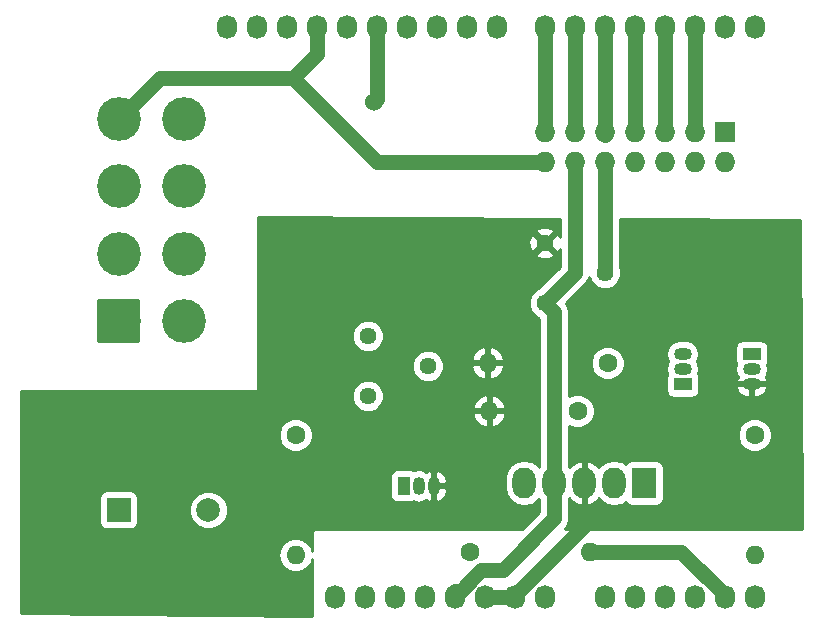
<source format=gbr>
G04 #@! TF.GenerationSoftware,KiCad,Pcbnew,5.0.2+dfsg1-1*
G04 #@! TF.CreationDate,2019-08-29T13:15:50-03:00*
G04 #@! TF.ProjectId,Placa_lcd_cont_geiger,506c6163-615f-46c6-9364-5f636f6e745f,rev?*
G04 #@! TF.SameCoordinates,Original*
G04 #@! TF.FileFunction,Copper,L2,Bot*
G04 #@! TF.FilePolarity,Positive*
%FSLAX46Y46*%
G04 Gerber Fmt 4.6, Leading zero omitted, Abs format (unit mm)*
G04 Created by KiCad (PCBNEW 5.0.2+dfsg1-1) date jue 29 ago 2019 13:15:50 -03*
%MOMM*%
%LPD*%
G01*
G04 APERTURE LIST*
G04 #@! TA.AperFunction,ComponentPad*
%ADD10R,1.500000X1.050000*%
G04 #@! TD*
G04 #@! TA.AperFunction,ComponentPad*
%ADD11O,1.500000X1.050000*%
G04 #@! TD*
G04 #@! TA.AperFunction,ComponentPad*
%ADD12C,1.440000*%
G04 #@! TD*
G04 #@! TA.AperFunction,ComponentPad*
%ADD13O,1.727200X2.032000*%
G04 #@! TD*
G04 #@! TA.AperFunction,ComponentPad*
%ADD14R,2.000000X2.000000*%
G04 #@! TD*
G04 #@! TA.AperFunction,ComponentPad*
%ADD15C,2.000000*%
G04 #@! TD*
G04 #@! TA.AperFunction,ComponentPad*
%ADD16C,1.600000*%
G04 #@! TD*
G04 #@! TA.AperFunction,ComponentPad*
%ADD17O,1.600000X1.600000*%
G04 #@! TD*
G04 #@! TA.AperFunction,Conductor*
%ADD18C,0.100000*%
G04 #@! TD*
G04 #@! TA.AperFunction,ComponentPad*
%ADD19C,3.700000*%
G04 #@! TD*
G04 #@! TA.AperFunction,ComponentPad*
%ADD20R,1.727200X1.727200*%
G04 #@! TD*
G04 #@! TA.AperFunction,ComponentPad*
%ADD21O,1.727200X1.727200*%
G04 #@! TD*
G04 #@! TA.AperFunction,ComponentPad*
%ADD22O,1.050000X1.500000*%
G04 #@! TD*
G04 #@! TA.AperFunction,ComponentPad*
%ADD23R,1.050000X1.500000*%
G04 #@! TD*
G04 #@! TA.AperFunction,ComponentPad*
%ADD24R,2.000000X2.600000*%
G04 #@! TD*
G04 #@! TA.AperFunction,ComponentPad*
%ADD25O,2.000000X2.600000*%
G04 #@! TD*
G04 #@! TA.AperFunction,ViaPad*
%ADD26C,1.524000*%
G04 #@! TD*
G04 #@! TA.AperFunction,Conductor*
%ADD27C,1.270000*%
G04 #@! TD*
G04 #@! TA.AperFunction,Conductor*
%ADD28C,1.016000*%
G04 #@! TD*
G04 #@! TA.AperFunction,Conductor*
%ADD29C,0.254000*%
G04 #@! TD*
G04 APERTURE END LIST*
D10*
G04 #@! TO.P,Q2,1*
G04 #@! TO.N,Net-(J3-Pad1)*
X174244000Y-103251000D03*
D11*
G04 #@! TO.P,Q2,3*
G04 #@! TO.N,GND*
X174244000Y-105791000D03*
G04 #@! TO.P,Q2,2*
G04 #@! TO.N,Net-(Q2-Pad2)*
X174244000Y-104521000D03*
G04 #@! TD*
D12*
G04 #@! TO.P,RV2,1*
G04 #@! TO.N,VCC*
X156718000Y-98933000D03*
G04 #@! TO.P,RV2,2*
G04 #@! TO.N,Net-(J2-Pad10)*
X161798000Y-96393000D03*
G04 #@! TO.P,RV2,3*
G04 #@! TO.N,GND*
X156718000Y-93853000D03*
G04 #@! TD*
D13*
G04 #@! TO.P,P1,1*
G04 #@! TO.N,Net-(P1-Pad1)*
X138938000Y-123825000D03*
G04 #@! TO.P,P1,2*
G04 #@! TO.N,/IOREF*
X141478000Y-123825000D03*
G04 #@! TO.P,P1,3*
G04 #@! TO.N,/Reset*
X144018000Y-123825000D03*
G04 #@! TO.P,P1,4*
G04 #@! TO.N,+3V3*
X146558000Y-123825000D03*
G04 #@! TO.P,P1,5*
G04 #@! TO.N,VCC*
X149098000Y-123825000D03*
G04 #@! TO.P,P1,6*
G04 #@! TO.N,GND*
X151638000Y-123825000D03*
G04 #@! TO.P,P1,7*
X154178000Y-123825000D03*
G04 #@! TO.P,P1,8*
G04 #@! TO.N,/Vin*
X156718000Y-123825000D03*
G04 #@! TD*
G04 #@! TO.P,P2,1*
G04 #@! TO.N,/A0*
X161798000Y-123825000D03*
G04 #@! TO.P,P2,2*
G04 #@! TO.N,/A1*
X164338000Y-123825000D03*
G04 #@! TO.P,P2,3*
G04 #@! TO.N,/A2*
X166878000Y-123825000D03*
G04 #@! TO.P,P2,4*
G04 #@! TO.N,/A3*
X169418000Y-123825000D03*
G04 #@! TO.P,P2,5*
G04 #@! TO.N,/A4*
X171958000Y-123825000D03*
G04 #@! TO.P,P2,6*
G04 #@! TO.N,/A5*
X174498000Y-123825000D03*
G04 #@! TD*
G04 #@! TO.P,P3,1*
G04 #@! TO.N,/A5(SCL)*
X129794000Y-75565000D03*
G04 #@! TO.P,P3,2*
G04 #@! TO.N,/A4(SDA)*
X132334000Y-75565000D03*
G04 #@! TO.P,P3,3*
G04 #@! TO.N,/AREF*
X134874000Y-75565000D03*
G04 #@! TO.P,P3,4*
G04 #@! TO.N,GND*
X137414000Y-75565000D03*
G04 #@! TO.P,P3,5*
G04 #@! TO.N,/13(SCK)*
X139954000Y-75565000D03*
G04 #@! TO.P,P3,6*
G04 #@! TO.N,/12(MISO)*
X142494000Y-75565000D03*
G04 #@! TO.P,P3,7*
G04 #@! TO.N,/11(\002A\002A/MOSI)*
X145034000Y-75565000D03*
G04 #@! TO.P,P3,8*
G04 #@! TO.N,/10(\002A\002A/SS)*
X147574000Y-75565000D03*
G04 #@! TO.P,P3,9*
G04 #@! TO.N,/9(\002A\002A)*
X150114000Y-75565000D03*
G04 #@! TO.P,P3,10*
G04 #@! TO.N,/8*
X152654000Y-75565000D03*
G04 #@! TD*
G04 #@! TO.P,P4,1*
G04 #@! TO.N,/7*
X156718000Y-75565000D03*
G04 #@! TO.P,P4,2*
G04 #@! TO.N,/6(\002A\002A)*
X159258000Y-75565000D03*
G04 #@! TO.P,P4,3*
G04 #@! TO.N,/5(\002A\002A)*
X161798000Y-75565000D03*
G04 #@! TO.P,P4,4*
G04 #@! TO.N,/4*
X164338000Y-75565000D03*
G04 #@! TO.P,P4,5*
G04 #@! TO.N,/3(\002A\002A)*
X166878000Y-75565000D03*
G04 #@! TO.P,P4,6*
G04 #@! TO.N,/2*
X169418000Y-75565000D03*
G04 #@! TO.P,P4,7*
G04 #@! TO.N,/1(Tx)*
X171958000Y-75565000D03*
G04 #@! TO.P,P4,8*
G04 #@! TO.N,/0(Rx)*
X174498000Y-75565000D03*
G04 #@! TD*
D14*
G04 #@! TO.P,BZ1,1*
G04 #@! TO.N,Net-(BZ1-Pad1)*
X120650000Y-116459000D03*
D15*
G04 #@! TO.P,BZ1,2*
G04 #@! TO.N,Net-(BZ1-Pad2)*
X128250000Y-116459000D03*
G04 #@! TD*
D16*
G04 #@! TO.P,C1,1*
G04 #@! TO.N,/A0*
X159512000Y-108077000D03*
D17*
G04 #@! TO.P,C1,2*
G04 #@! TO.N,GND*
X152012000Y-108077000D03*
G04 #@! TD*
D18*
G04 #@! TO.N,Net-(J1-Pad1)*
G04 #@! TO.C,J1*
G36*
X122274503Y-98608204D02*
X122298772Y-98611804D01*
X122322570Y-98617765D01*
X122345670Y-98626030D01*
X122367849Y-98636520D01*
X122388892Y-98649133D01*
X122408598Y-98663748D01*
X122426776Y-98680224D01*
X122443252Y-98698402D01*
X122457867Y-98718108D01*
X122470480Y-98739151D01*
X122480970Y-98761330D01*
X122489235Y-98784430D01*
X122495196Y-98808228D01*
X122498796Y-98832497D01*
X122500000Y-98857001D01*
X122500000Y-102056999D01*
X122498796Y-102081503D01*
X122495196Y-102105772D01*
X122489235Y-102129570D01*
X122480970Y-102152670D01*
X122470480Y-102174849D01*
X122457867Y-102195892D01*
X122443252Y-102215598D01*
X122426776Y-102233776D01*
X122408598Y-102250252D01*
X122388892Y-102264867D01*
X122367849Y-102277480D01*
X122345670Y-102287970D01*
X122322570Y-102296235D01*
X122298772Y-102302196D01*
X122274503Y-102305796D01*
X122249999Y-102307000D01*
X119050001Y-102307000D01*
X119025497Y-102305796D01*
X119001228Y-102302196D01*
X118977430Y-102296235D01*
X118954330Y-102287970D01*
X118932151Y-102277480D01*
X118911108Y-102264867D01*
X118891402Y-102250252D01*
X118873224Y-102233776D01*
X118856748Y-102215598D01*
X118842133Y-102195892D01*
X118829520Y-102174849D01*
X118819030Y-102152670D01*
X118810765Y-102129570D01*
X118804804Y-102105772D01*
X118801204Y-102081503D01*
X118800000Y-102056999D01*
X118800000Y-98857001D01*
X118801204Y-98832497D01*
X118804804Y-98808228D01*
X118810765Y-98784430D01*
X118819030Y-98761330D01*
X118829520Y-98739151D01*
X118842133Y-98718108D01*
X118856748Y-98698402D01*
X118873224Y-98680224D01*
X118891402Y-98663748D01*
X118911108Y-98649133D01*
X118932151Y-98636520D01*
X118954330Y-98626030D01*
X118977430Y-98617765D01*
X119001228Y-98611804D01*
X119025497Y-98608204D01*
X119050001Y-98607000D01*
X122249999Y-98607000D01*
X122274503Y-98608204D01*
X122274503Y-98608204D01*
G37*
D19*
G04 #@! TD*
G04 #@! TO.P,J1,1*
G04 #@! TO.N,Net-(J1-Pad1)*
X120650000Y-100457000D03*
G04 #@! TO.P,J1,2*
G04 #@! TO.N,Net-(J1-Pad2)*
X120650000Y-94757000D03*
G04 #@! TO.P,J1,3*
G04 #@! TO.N,Net-(J1-Pad3)*
X120650000Y-89057000D03*
G04 #@! TO.P,J1,4*
G04 #@! TO.N,GND*
X120650000Y-83357000D03*
G04 #@! TO.P,J1,5*
G04 #@! TO.N,VCC*
X126150000Y-100457000D03*
G04 #@! TO.P,J1,6*
G04 #@! TO.N,Net-(J1-Pad6)*
X126150000Y-94757000D03*
G04 #@! TO.P,J1,7*
G04 #@! TO.N,/12(MISO)*
X126150000Y-89057000D03*
G04 #@! TO.P,J1,8*
G04 #@! TO.N,/8*
X126150000Y-83357000D03*
G04 #@! TD*
D20*
G04 #@! TO.P,J2,1*
G04 #@! TO.N,Net-(J2-Pad1)*
X171958000Y-84455000D03*
D21*
G04 #@! TO.P,J2,2*
G04 #@! TO.N,Net-(J2-Pad2)*
X171958000Y-86995000D03*
G04 #@! TO.P,J2,3*
G04 #@! TO.N,/2*
X169418000Y-84455000D03*
G04 #@! TO.P,J2,4*
G04 #@! TO.N,Net-(J2-Pad4)*
X169418000Y-86995000D03*
G04 #@! TO.P,J2,5*
G04 #@! TO.N,/3(\002A\002A)*
X166878000Y-84455000D03*
G04 #@! TO.P,J2,6*
G04 #@! TO.N,Net-(J2-Pad6)*
X166878000Y-86995000D03*
G04 #@! TO.P,J2,7*
G04 #@! TO.N,/4*
X164338000Y-84455000D03*
G04 #@! TO.P,J2,8*
G04 #@! TO.N,Net-(J2-Pad8)*
X164338000Y-86995000D03*
G04 #@! TO.P,J2,9*
G04 #@! TO.N,/5(\002A\002A)*
X161798000Y-84455000D03*
G04 #@! TO.P,J2,10*
G04 #@! TO.N,Net-(J2-Pad10)*
X161798000Y-86995000D03*
G04 #@! TO.P,J2,11*
G04 #@! TO.N,/6(\002A\002A)*
X159258000Y-84455000D03*
G04 #@! TO.P,J2,12*
G04 #@! TO.N,VCC*
X159258000Y-86995000D03*
G04 #@! TO.P,J2,13*
G04 #@! TO.N,/7*
X156718000Y-84455000D03*
G04 #@! TO.P,J2,14*
G04 #@! TO.N,GND*
X156718000Y-86995000D03*
G04 #@! TD*
D22*
G04 #@! TO.P,Q1,2*
G04 #@! TO.N,Net-(Q1-Pad2)*
X146050000Y-114427000D03*
G04 #@! TO.P,Q1,3*
G04 #@! TO.N,GND*
X147320000Y-114427000D03*
D23*
G04 #@! TO.P,Q1,1*
G04 #@! TO.N,Net-(BZ1-Pad2)*
X144780000Y-114427000D03*
G04 #@! TD*
D17*
G04 #@! TO.P,R1,2*
G04 #@! TO.N,/A5*
X174498000Y-120269000D03*
D16*
G04 #@! TO.P,R1,1*
G04 #@! TO.N,Net-(Q2-Pad2)*
X174498000Y-110109000D03*
G04 #@! TD*
G04 #@! TO.P,R2,1*
G04 #@! TO.N,Net-(Q1-Pad2)*
X150368000Y-120015000D03*
D17*
G04 #@! TO.P,R2,2*
G04 #@! TO.N,/A4*
X160528000Y-120015000D03*
G04 #@! TD*
D16*
G04 #@! TO.P,R4,1*
G04 #@! TO.N,Net-(R4-Pad1)*
X135636000Y-110109000D03*
D17*
G04 #@! TO.P,R4,2*
G04 #@! TO.N,Net-(BZ1-Pad1)*
X135636000Y-120269000D03*
G04 #@! TD*
G04 #@! TO.P,R5,2*
G04 #@! TO.N,GND*
X151892000Y-104013000D03*
D16*
G04 #@! TO.P,R5,1*
G04 #@! TO.N,/A0*
X162052000Y-104013000D03*
G04 #@! TD*
D12*
G04 #@! TO.P,RV1,3*
G04 #@! TO.N,VCC*
X141732000Y-101727000D03*
G04 #@! TO.P,RV1,2*
X146812000Y-104267000D03*
G04 #@! TO.P,RV1,1*
G04 #@! TO.N,Net-(R4-Pad1)*
X141732000Y-106807000D03*
G04 #@! TD*
D11*
G04 #@! TO.P,Q3,2*
G04 #@! TO.N,Net-(Q2-Pad2)*
X168402000Y-104521000D03*
G04 #@! TO.P,Q3,3*
G04 #@! TO.N,VCC*
X168402000Y-103251000D03*
D10*
G04 #@! TO.P,Q3,1*
G04 #@! TO.N,Net-(J3-Pad2)*
X168402000Y-105791000D03*
G04 #@! TD*
D24*
G04 #@! TO.P,J3,1*
G04 #@! TO.N,Net-(J3-Pad1)*
X165140000Y-114173000D03*
D25*
G04 #@! TO.P,J3,2*
G04 #@! TO.N,Net-(J3-Pad2)*
X162600000Y-114173000D03*
G04 #@! TO.P,J3,3*
G04 #@! TO.N,GND*
X160060000Y-114173000D03*
G04 #@! TO.P,J3,4*
G04 #@! TO.N,VCC*
X157520000Y-114173000D03*
G04 #@! TO.P,J3,5*
G04 #@! TO.N,/A0*
X154980000Y-114173000D03*
G04 #@! TD*
D26*
G04 #@! TO.N,/12(MISO)*
X142240000Y-81915000D03*
G04 #@! TD*
D27*
G04 #@! TO.N,GND*
X151638000Y-123825000D02*
X154178000Y-123825000D01*
X156718000Y-86995000D02*
X142494000Y-86995000D01*
X142494000Y-86995000D02*
X137414000Y-81915000D01*
X137414000Y-77851000D02*
X137414000Y-75565000D01*
X135382000Y-79883000D02*
X137414000Y-77851000D01*
X120650000Y-83357000D02*
X124124000Y-79883000D01*
X124124000Y-79883000D02*
X135382000Y-79883000D01*
X137414000Y-81915000D02*
X135382000Y-79883000D01*
X154178000Y-123825000D02*
X154178000Y-123810403D01*
X154178000Y-123672600D02*
X160274000Y-117576600D01*
X154178000Y-123825000D02*
X154178000Y-123672600D01*
G04 #@! TO.N,/7*
X156718000Y-75565000D02*
X156718000Y-84455000D01*
G04 #@! TO.N,/6(\002A\002A)*
X159258000Y-75565000D02*
X159258000Y-84455000D01*
G04 #@! TO.N,/5(\002A\002A)*
X161798000Y-75565000D02*
X161798000Y-84709000D01*
G04 #@! TO.N,/4*
X164338000Y-75565000D02*
X164338000Y-84455000D01*
G04 #@! TO.N,/3(\002A\002A)*
X166878000Y-75565000D02*
X166878000Y-84455000D01*
G04 #@! TO.N,/2*
X169418000Y-75565000D02*
X169418000Y-84455000D01*
G04 #@! TO.N,/12(MISO)*
X126208000Y-89057000D02*
X126150000Y-89057000D01*
X142494000Y-75565000D02*
X142494000Y-75717400D01*
X142494000Y-81661000D02*
X142240000Y-81915000D01*
X142494000Y-75565000D02*
X142494000Y-81661000D01*
G04 #@! TO.N,VCC*
X149098000Y-123825000D02*
X149098000Y-123322000D01*
X159258000Y-96393000D02*
X159258000Y-86995000D01*
X156718000Y-98933000D02*
X159258000Y-96393000D01*
X149098000Y-123810403D02*
X149098000Y-123825000D01*
D28*
X149098000Y-123672600D02*
X149098000Y-123825000D01*
D27*
X157520000Y-99975000D02*
X157520000Y-114173000D01*
X157520000Y-99735000D02*
X157520000Y-99975000D01*
X156718000Y-98933000D02*
X157520000Y-99735000D01*
X149098000Y-123810403D02*
X151369403Y-121539000D01*
X151369403Y-121539000D02*
X153162000Y-121539000D01*
X157520000Y-117181000D02*
X157520000Y-114173000D01*
X153162000Y-121539000D02*
X157520000Y-117181000D01*
G04 #@! TO.N,Net-(J2-Pad10)*
X161798000Y-86995000D02*
X161798000Y-96393000D01*
G04 #@! TO.N,/A4*
X171958000Y-123672600D02*
X168300400Y-120015000D01*
X171958000Y-123825000D02*
X171958000Y-123672600D01*
X160528000Y-120015000D02*
X163576000Y-120015000D01*
X168300400Y-120015000D02*
X163576000Y-120015000D01*
X163576000Y-120015000D02*
X162675370Y-120015000D01*
G04 #@! TO.N,/A5*
X174498000Y-123825000D02*
X174498000Y-123810403D01*
G04 #@! TD*
D29*
G04 #@! TO.N,GND*
G36*
X157988000Y-91795436D02*
X157988000Y-93346037D01*
X157905611Y-93147131D01*
X157667774Y-93082831D01*
X156897605Y-93853000D01*
X157667774Y-94623169D01*
X157905611Y-94558869D01*
X157988000Y-94325892D01*
X157988000Y-95866948D01*
X156155664Y-97699285D01*
X155950454Y-97784286D01*
X155569286Y-98165454D01*
X155363000Y-98663474D01*
X155363000Y-99202526D01*
X155569286Y-99700546D01*
X155950454Y-100081714D01*
X156155665Y-100166715D01*
X156250000Y-100261050D01*
X156250001Y-112830767D01*
X156250000Y-112830768D01*
X156158769Y-112694231D01*
X155617945Y-112332864D01*
X154980000Y-112205969D01*
X154342056Y-112332864D01*
X153801231Y-112694231D01*
X153439864Y-113235055D01*
X153345000Y-113711969D01*
X153345000Y-114634030D01*
X153439864Y-115110944D01*
X153801231Y-115651769D01*
X154342055Y-116013136D01*
X154980000Y-116140031D01*
X155617944Y-116013136D01*
X156158769Y-115651769D01*
X156250000Y-115515232D01*
X156250001Y-115515233D01*
X156250000Y-116654949D01*
X154794949Y-118110000D01*
X137160000Y-118110000D01*
X137111399Y-118119667D01*
X137070197Y-118147197D01*
X137042667Y-118188399D01*
X137033000Y-118237000D01*
X137033000Y-119936628D01*
X136987740Y-119709091D01*
X136670577Y-119234423D01*
X136195909Y-118917260D01*
X135777333Y-118834000D01*
X135494667Y-118834000D01*
X135076091Y-118917260D01*
X134601423Y-119234423D01*
X134284260Y-119709091D01*
X134172887Y-120269000D01*
X134284260Y-120828909D01*
X134601423Y-121303577D01*
X135076091Y-121620740D01*
X135494667Y-121704000D01*
X135777333Y-121704000D01*
X136195909Y-121620740D01*
X136670577Y-121303577D01*
X136987740Y-120828909D01*
X137033000Y-120601372D01*
X137033000Y-125474698D01*
X112395000Y-125223290D01*
X112395000Y-115459000D01*
X119002560Y-115459000D01*
X119002560Y-117459000D01*
X119051843Y-117706765D01*
X119192191Y-117916809D01*
X119402235Y-118057157D01*
X119650000Y-118106440D01*
X121650000Y-118106440D01*
X121897765Y-118057157D01*
X122107809Y-117916809D01*
X122248157Y-117706765D01*
X122297440Y-117459000D01*
X122297440Y-116133778D01*
X126615000Y-116133778D01*
X126615000Y-116784222D01*
X126863914Y-117385153D01*
X127323847Y-117845086D01*
X127924778Y-118094000D01*
X128575222Y-118094000D01*
X129176153Y-117845086D01*
X129636086Y-117385153D01*
X129885000Y-116784222D01*
X129885000Y-116133778D01*
X129636086Y-115532847D01*
X129176153Y-115072914D01*
X128575222Y-114824000D01*
X127924778Y-114824000D01*
X127323847Y-115072914D01*
X126863914Y-115532847D01*
X126615000Y-116133778D01*
X122297440Y-116133778D01*
X122297440Y-115459000D01*
X122248157Y-115211235D01*
X122107809Y-115001191D01*
X121897765Y-114860843D01*
X121650000Y-114811560D01*
X119650000Y-114811560D01*
X119402235Y-114860843D01*
X119192191Y-115001191D01*
X119051843Y-115211235D01*
X119002560Y-115459000D01*
X112395000Y-115459000D01*
X112395000Y-113677000D01*
X143607560Y-113677000D01*
X143607560Y-115177000D01*
X143656843Y-115424765D01*
X143797191Y-115634809D01*
X144007235Y-115775157D01*
X144255000Y-115824440D01*
X145305000Y-115824440D01*
X145552765Y-115775157D01*
X145598134Y-115744842D01*
X146050000Y-115834725D01*
X146502609Y-115744695D01*
X146694996Y-115616146D01*
X146952664Y-115762266D01*
X147014190Y-115770964D01*
X147193000Y-115645163D01*
X147193000Y-114851709D01*
X147210000Y-114766245D01*
X147210000Y-114554000D01*
X147447000Y-114554000D01*
X147447000Y-115645163D01*
X147625810Y-115770964D01*
X147687336Y-115762266D01*
X148084255Y-115537179D01*
X148364823Y-115177331D01*
X148486326Y-114737506D01*
X148326593Y-114554000D01*
X147447000Y-114554000D01*
X147210000Y-114554000D01*
X147210000Y-114087754D01*
X147193000Y-114002290D01*
X147193000Y-113208837D01*
X147447000Y-113208837D01*
X147447000Y-114300000D01*
X148326593Y-114300000D01*
X148486326Y-114116494D01*
X148364823Y-113676669D01*
X148084255Y-113316821D01*
X147687336Y-113091734D01*
X147625810Y-113083036D01*
X147447000Y-113208837D01*
X147193000Y-113208837D01*
X147014190Y-113083036D01*
X146952664Y-113091734D01*
X146694996Y-113237854D01*
X146502608Y-113109305D01*
X146050000Y-113019275D01*
X145598133Y-113109157D01*
X145552765Y-113078843D01*
X145305000Y-113029560D01*
X144255000Y-113029560D01*
X144007235Y-113078843D01*
X143797191Y-113219191D01*
X143656843Y-113429235D01*
X143607560Y-113677000D01*
X112395000Y-113677000D01*
X112395000Y-109823561D01*
X134201000Y-109823561D01*
X134201000Y-110394439D01*
X134419466Y-110921862D01*
X134823138Y-111325534D01*
X135350561Y-111544000D01*
X135921439Y-111544000D01*
X136448862Y-111325534D01*
X136852534Y-110921862D01*
X137071000Y-110394439D01*
X137071000Y-109823561D01*
X136852534Y-109296138D01*
X136448862Y-108892466D01*
X135921439Y-108674000D01*
X135350561Y-108674000D01*
X134823138Y-108892466D01*
X134419466Y-109296138D01*
X134201000Y-109823561D01*
X112395000Y-109823561D01*
X112395000Y-108426039D01*
X150620096Y-108426039D01*
X150780959Y-108814423D01*
X151156866Y-109229389D01*
X151662959Y-109468914D01*
X151885000Y-109347629D01*
X151885000Y-108204000D01*
X152139000Y-108204000D01*
X152139000Y-109347629D01*
X152361041Y-109468914D01*
X152867134Y-109229389D01*
X153243041Y-108814423D01*
X153403904Y-108426039D01*
X153281915Y-108204000D01*
X152139000Y-108204000D01*
X151885000Y-108204000D01*
X150742085Y-108204000D01*
X150620096Y-108426039D01*
X112395000Y-108426039D01*
X112395000Y-106537474D01*
X140377000Y-106537474D01*
X140377000Y-107076526D01*
X140583286Y-107574546D01*
X140964454Y-107955714D01*
X141462474Y-108162000D01*
X142001526Y-108162000D01*
X142499546Y-107955714D01*
X142727299Y-107727961D01*
X150620096Y-107727961D01*
X150742085Y-107950000D01*
X151885000Y-107950000D01*
X151885000Y-106806371D01*
X152139000Y-106806371D01*
X152139000Y-107950000D01*
X153281915Y-107950000D01*
X153403904Y-107727961D01*
X153243041Y-107339577D01*
X152867134Y-106924611D01*
X152361041Y-106685086D01*
X152139000Y-106806371D01*
X151885000Y-106806371D01*
X151662959Y-106685086D01*
X151156866Y-106924611D01*
X150780959Y-107339577D01*
X150620096Y-107727961D01*
X142727299Y-107727961D01*
X142880714Y-107574546D01*
X143087000Y-107076526D01*
X143087000Y-106537474D01*
X142880714Y-106039454D01*
X142499546Y-105658286D01*
X142001526Y-105452000D01*
X141462474Y-105452000D01*
X140964454Y-105658286D01*
X140583286Y-106039454D01*
X140377000Y-106537474D01*
X112395000Y-106537474D01*
X112395000Y-106426000D01*
X132334000Y-106426000D01*
X132382601Y-106416333D01*
X132423803Y-106388803D01*
X132451333Y-106347601D01*
X132461000Y-106299000D01*
X132461000Y-103997474D01*
X145457000Y-103997474D01*
X145457000Y-104536526D01*
X145663286Y-105034546D01*
X146044454Y-105415714D01*
X146542474Y-105622000D01*
X147081526Y-105622000D01*
X147579546Y-105415714D01*
X147960714Y-105034546D01*
X148167000Y-104536526D01*
X148167000Y-104362039D01*
X150500096Y-104362039D01*
X150660959Y-104750423D01*
X151036866Y-105165389D01*
X151542959Y-105404914D01*
X151765000Y-105283629D01*
X151765000Y-104140000D01*
X152019000Y-104140000D01*
X152019000Y-105283629D01*
X152241041Y-105404914D01*
X152747134Y-105165389D01*
X153123041Y-104750423D01*
X153283904Y-104362039D01*
X153161915Y-104140000D01*
X152019000Y-104140000D01*
X151765000Y-104140000D01*
X150622085Y-104140000D01*
X150500096Y-104362039D01*
X148167000Y-104362039D01*
X148167000Y-103997474D01*
X148028855Y-103663961D01*
X150500096Y-103663961D01*
X150622085Y-103886000D01*
X151765000Y-103886000D01*
X151765000Y-102742371D01*
X152019000Y-102742371D01*
X152019000Y-103886000D01*
X153161915Y-103886000D01*
X153283904Y-103663961D01*
X153123041Y-103275577D01*
X152747134Y-102860611D01*
X152241041Y-102621086D01*
X152019000Y-102742371D01*
X151765000Y-102742371D01*
X151542959Y-102621086D01*
X151036866Y-102860611D01*
X150660959Y-103275577D01*
X150500096Y-103663961D01*
X148028855Y-103663961D01*
X147960714Y-103499454D01*
X147579546Y-103118286D01*
X147081526Y-102912000D01*
X146542474Y-102912000D01*
X146044454Y-103118286D01*
X145663286Y-103499454D01*
X145457000Y-103997474D01*
X132461000Y-103997474D01*
X132461000Y-101457474D01*
X140377000Y-101457474D01*
X140377000Y-101996526D01*
X140583286Y-102494546D01*
X140964454Y-102875714D01*
X141462474Y-103082000D01*
X142001526Y-103082000D01*
X142499546Y-102875714D01*
X142880714Y-102494546D01*
X143087000Y-101996526D01*
X143087000Y-101457474D01*
X142880714Y-100959454D01*
X142499546Y-100578286D01*
X142001526Y-100372000D01*
X141462474Y-100372000D01*
X140964454Y-100578286D01*
X140583286Y-100959454D01*
X140377000Y-101457474D01*
X132461000Y-101457474D01*
X132461000Y-94802774D01*
X155947831Y-94802774D01*
X156012131Y-95040611D01*
X156520342Y-95220333D01*
X157058644Y-95191892D01*
X157423869Y-95040611D01*
X157488169Y-94802774D01*
X156718000Y-94032605D01*
X155947831Y-94802774D01*
X132461000Y-94802774D01*
X132461000Y-93655342D01*
X155350667Y-93655342D01*
X155379108Y-94193644D01*
X155530389Y-94558869D01*
X155768226Y-94623169D01*
X156538395Y-93853000D01*
X155768226Y-93082831D01*
X155530389Y-93147131D01*
X155350667Y-93655342D01*
X132461000Y-93655342D01*
X132461000Y-92903226D01*
X155947831Y-92903226D01*
X156718000Y-93673395D01*
X157488169Y-92903226D01*
X157423869Y-92665389D01*
X156915658Y-92485667D01*
X156377356Y-92514108D01*
X156012131Y-92665389D01*
X155947831Y-92903226D01*
X132461000Y-92903226D01*
X132461000Y-91694503D01*
X157988000Y-91795436D01*
X157988000Y-91795436D01*
G37*
X157988000Y-91795436D02*
X157988000Y-93346037D01*
X157905611Y-93147131D01*
X157667774Y-93082831D01*
X156897605Y-93853000D01*
X157667774Y-94623169D01*
X157905611Y-94558869D01*
X157988000Y-94325892D01*
X157988000Y-95866948D01*
X156155664Y-97699285D01*
X155950454Y-97784286D01*
X155569286Y-98165454D01*
X155363000Y-98663474D01*
X155363000Y-99202526D01*
X155569286Y-99700546D01*
X155950454Y-100081714D01*
X156155665Y-100166715D01*
X156250000Y-100261050D01*
X156250001Y-112830767D01*
X156250000Y-112830768D01*
X156158769Y-112694231D01*
X155617945Y-112332864D01*
X154980000Y-112205969D01*
X154342056Y-112332864D01*
X153801231Y-112694231D01*
X153439864Y-113235055D01*
X153345000Y-113711969D01*
X153345000Y-114634030D01*
X153439864Y-115110944D01*
X153801231Y-115651769D01*
X154342055Y-116013136D01*
X154980000Y-116140031D01*
X155617944Y-116013136D01*
X156158769Y-115651769D01*
X156250000Y-115515232D01*
X156250001Y-115515233D01*
X156250000Y-116654949D01*
X154794949Y-118110000D01*
X137160000Y-118110000D01*
X137111399Y-118119667D01*
X137070197Y-118147197D01*
X137042667Y-118188399D01*
X137033000Y-118237000D01*
X137033000Y-119936628D01*
X136987740Y-119709091D01*
X136670577Y-119234423D01*
X136195909Y-118917260D01*
X135777333Y-118834000D01*
X135494667Y-118834000D01*
X135076091Y-118917260D01*
X134601423Y-119234423D01*
X134284260Y-119709091D01*
X134172887Y-120269000D01*
X134284260Y-120828909D01*
X134601423Y-121303577D01*
X135076091Y-121620740D01*
X135494667Y-121704000D01*
X135777333Y-121704000D01*
X136195909Y-121620740D01*
X136670577Y-121303577D01*
X136987740Y-120828909D01*
X137033000Y-120601372D01*
X137033000Y-125474698D01*
X112395000Y-125223290D01*
X112395000Y-115459000D01*
X119002560Y-115459000D01*
X119002560Y-117459000D01*
X119051843Y-117706765D01*
X119192191Y-117916809D01*
X119402235Y-118057157D01*
X119650000Y-118106440D01*
X121650000Y-118106440D01*
X121897765Y-118057157D01*
X122107809Y-117916809D01*
X122248157Y-117706765D01*
X122297440Y-117459000D01*
X122297440Y-116133778D01*
X126615000Y-116133778D01*
X126615000Y-116784222D01*
X126863914Y-117385153D01*
X127323847Y-117845086D01*
X127924778Y-118094000D01*
X128575222Y-118094000D01*
X129176153Y-117845086D01*
X129636086Y-117385153D01*
X129885000Y-116784222D01*
X129885000Y-116133778D01*
X129636086Y-115532847D01*
X129176153Y-115072914D01*
X128575222Y-114824000D01*
X127924778Y-114824000D01*
X127323847Y-115072914D01*
X126863914Y-115532847D01*
X126615000Y-116133778D01*
X122297440Y-116133778D01*
X122297440Y-115459000D01*
X122248157Y-115211235D01*
X122107809Y-115001191D01*
X121897765Y-114860843D01*
X121650000Y-114811560D01*
X119650000Y-114811560D01*
X119402235Y-114860843D01*
X119192191Y-115001191D01*
X119051843Y-115211235D01*
X119002560Y-115459000D01*
X112395000Y-115459000D01*
X112395000Y-113677000D01*
X143607560Y-113677000D01*
X143607560Y-115177000D01*
X143656843Y-115424765D01*
X143797191Y-115634809D01*
X144007235Y-115775157D01*
X144255000Y-115824440D01*
X145305000Y-115824440D01*
X145552765Y-115775157D01*
X145598134Y-115744842D01*
X146050000Y-115834725D01*
X146502609Y-115744695D01*
X146694996Y-115616146D01*
X146952664Y-115762266D01*
X147014190Y-115770964D01*
X147193000Y-115645163D01*
X147193000Y-114851709D01*
X147210000Y-114766245D01*
X147210000Y-114554000D01*
X147447000Y-114554000D01*
X147447000Y-115645163D01*
X147625810Y-115770964D01*
X147687336Y-115762266D01*
X148084255Y-115537179D01*
X148364823Y-115177331D01*
X148486326Y-114737506D01*
X148326593Y-114554000D01*
X147447000Y-114554000D01*
X147210000Y-114554000D01*
X147210000Y-114087754D01*
X147193000Y-114002290D01*
X147193000Y-113208837D01*
X147447000Y-113208837D01*
X147447000Y-114300000D01*
X148326593Y-114300000D01*
X148486326Y-114116494D01*
X148364823Y-113676669D01*
X148084255Y-113316821D01*
X147687336Y-113091734D01*
X147625810Y-113083036D01*
X147447000Y-113208837D01*
X147193000Y-113208837D01*
X147014190Y-113083036D01*
X146952664Y-113091734D01*
X146694996Y-113237854D01*
X146502608Y-113109305D01*
X146050000Y-113019275D01*
X145598133Y-113109157D01*
X145552765Y-113078843D01*
X145305000Y-113029560D01*
X144255000Y-113029560D01*
X144007235Y-113078843D01*
X143797191Y-113219191D01*
X143656843Y-113429235D01*
X143607560Y-113677000D01*
X112395000Y-113677000D01*
X112395000Y-109823561D01*
X134201000Y-109823561D01*
X134201000Y-110394439D01*
X134419466Y-110921862D01*
X134823138Y-111325534D01*
X135350561Y-111544000D01*
X135921439Y-111544000D01*
X136448862Y-111325534D01*
X136852534Y-110921862D01*
X137071000Y-110394439D01*
X137071000Y-109823561D01*
X136852534Y-109296138D01*
X136448862Y-108892466D01*
X135921439Y-108674000D01*
X135350561Y-108674000D01*
X134823138Y-108892466D01*
X134419466Y-109296138D01*
X134201000Y-109823561D01*
X112395000Y-109823561D01*
X112395000Y-108426039D01*
X150620096Y-108426039D01*
X150780959Y-108814423D01*
X151156866Y-109229389D01*
X151662959Y-109468914D01*
X151885000Y-109347629D01*
X151885000Y-108204000D01*
X152139000Y-108204000D01*
X152139000Y-109347629D01*
X152361041Y-109468914D01*
X152867134Y-109229389D01*
X153243041Y-108814423D01*
X153403904Y-108426039D01*
X153281915Y-108204000D01*
X152139000Y-108204000D01*
X151885000Y-108204000D01*
X150742085Y-108204000D01*
X150620096Y-108426039D01*
X112395000Y-108426039D01*
X112395000Y-106537474D01*
X140377000Y-106537474D01*
X140377000Y-107076526D01*
X140583286Y-107574546D01*
X140964454Y-107955714D01*
X141462474Y-108162000D01*
X142001526Y-108162000D01*
X142499546Y-107955714D01*
X142727299Y-107727961D01*
X150620096Y-107727961D01*
X150742085Y-107950000D01*
X151885000Y-107950000D01*
X151885000Y-106806371D01*
X152139000Y-106806371D01*
X152139000Y-107950000D01*
X153281915Y-107950000D01*
X153403904Y-107727961D01*
X153243041Y-107339577D01*
X152867134Y-106924611D01*
X152361041Y-106685086D01*
X152139000Y-106806371D01*
X151885000Y-106806371D01*
X151662959Y-106685086D01*
X151156866Y-106924611D01*
X150780959Y-107339577D01*
X150620096Y-107727961D01*
X142727299Y-107727961D01*
X142880714Y-107574546D01*
X143087000Y-107076526D01*
X143087000Y-106537474D01*
X142880714Y-106039454D01*
X142499546Y-105658286D01*
X142001526Y-105452000D01*
X141462474Y-105452000D01*
X140964454Y-105658286D01*
X140583286Y-106039454D01*
X140377000Y-106537474D01*
X112395000Y-106537474D01*
X112395000Y-106426000D01*
X132334000Y-106426000D01*
X132382601Y-106416333D01*
X132423803Y-106388803D01*
X132451333Y-106347601D01*
X132461000Y-106299000D01*
X132461000Y-103997474D01*
X145457000Y-103997474D01*
X145457000Y-104536526D01*
X145663286Y-105034546D01*
X146044454Y-105415714D01*
X146542474Y-105622000D01*
X147081526Y-105622000D01*
X147579546Y-105415714D01*
X147960714Y-105034546D01*
X148167000Y-104536526D01*
X148167000Y-104362039D01*
X150500096Y-104362039D01*
X150660959Y-104750423D01*
X151036866Y-105165389D01*
X151542959Y-105404914D01*
X151765000Y-105283629D01*
X151765000Y-104140000D01*
X152019000Y-104140000D01*
X152019000Y-105283629D01*
X152241041Y-105404914D01*
X152747134Y-105165389D01*
X153123041Y-104750423D01*
X153283904Y-104362039D01*
X153161915Y-104140000D01*
X152019000Y-104140000D01*
X151765000Y-104140000D01*
X150622085Y-104140000D01*
X150500096Y-104362039D01*
X148167000Y-104362039D01*
X148167000Y-103997474D01*
X148028855Y-103663961D01*
X150500096Y-103663961D01*
X150622085Y-103886000D01*
X151765000Y-103886000D01*
X151765000Y-102742371D01*
X152019000Y-102742371D01*
X152019000Y-103886000D01*
X153161915Y-103886000D01*
X153283904Y-103663961D01*
X153123041Y-103275577D01*
X152747134Y-102860611D01*
X152241041Y-102621086D01*
X152019000Y-102742371D01*
X151765000Y-102742371D01*
X151542959Y-102621086D01*
X151036866Y-102860611D01*
X150660959Y-103275577D01*
X150500096Y-103663961D01*
X148028855Y-103663961D01*
X147960714Y-103499454D01*
X147579546Y-103118286D01*
X147081526Y-102912000D01*
X146542474Y-102912000D01*
X146044454Y-103118286D01*
X145663286Y-103499454D01*
X145457000Y-103997474D01*
X132461000Y-103997474D01*
X132461000Y-101457474D01*
X140377000Y-101457474D01*
X140377000Y-101996526D01*
X140583286Y-102494546D01*
X140964454Y-102875714D01*
X141462474Y-103082000D01*
X142001526Y-103082000D01*
X142499546Y-102875714D01*
X142880714Y-102494546D01*
X143087000Y-101996526D01*
X143087000Y-101457474D01*
X142880714Y-100959454D01*
X142499546Y-100578286D01*
X142001526Y-100372000D01*
X141462474Y-100372000D01*
X140964454Y-100578286D01*
X140583286Y-100959454D01*
X140377000Y-101457474D01*
X132461000Y-101457474D01*
X132461000Y-94802774D01*
X155947831Y-94802774D01*
X156012131Y-95040611D01*
X156520342Y-95220333D01*
X157058644Y-95191892D01*
X157423869Y-95040611D01*
X157488169Y-94802774D01*
X156718000Y-94032605D01*
X155947831Y-94802774D01*
X132461000Y-94802774D01*
X132461000Y-93655342D01*
X155350667Y-93655342D01*
X155379108Y-94193644D01*
X155530389Y-94558869D01*
X155768226Y-94623169D01*
X156538395Y-93853000D01*
X155768226Y-93082831D01*
X155530389Y-93147131D01*
X155350667Y-93655342D01*
X132461000Y-93655342D01*
X132461000Y-92903226D01*
X155947831Y-92903226D01*
X156718000Y-93673395D01*
X157488169Y-92903226D01*
X157423869Y-92665389D01*
X156915658Y-92485667D01*
X156377356Y-92514108D01*
X156012131Y-92665389D01*
X155947831Y-92903226D01*
X132461000Y-92903226D01*
X132461000Y-91694503D01*
X157988000Y-91795436D01*
G36*
X178379967Y-91876065D02*
X178490029Y-118110001D01*
X158415590Y-118110001D01*
X158435618Y-118096618D01*
X158716313Y-117676529D01*
X158790000Y-117306080D01*
X158790000Y-117306076D01*
X158814879Y-117181000D01*
X158790000Y-117055924D01*
X158790000Y-115515232D01*
X158809952Y-115485371D01*
X158993683Y-115718922D01*
X159551645Y-116032144D01*
X159679566Y-116063124D01*
X159933000Y-115943777D01*
X159933000Y-114300000D01*
X159913000Y-114300000D01*
X159913000Y-114046000D01*
X159933000Y-114046000D01*
X159933000Y-112402223D01*
X160187000Y-112402223D01*
X160187000Y-114046000D01*
X160207000Y-114046000D01*
X160207000Y-114300000D01*
X160187000Y-114300000D01*
X160187000Y-115943777D01*
X160440434Y-116063124D01*
X160568355Y-116032144D01*
X161126317Y-115718922D01*
X161310048Y-115485371D01*
X161421231Y-115651769D01*
X161962055Y-116013136D01*
X162600000Y-116140031D01*
X163237944Y-116013136D01*
X163583100Y-115782510D01*
X163682191Y-115930809D01*
X163892235Y-116071157D01*
X164140000Y-116120440D01*
X166140000Y-116120440D01*
X166387765Y-116071157D01*
X166597809Y-115930809D01*
X166738157Y-115720765D01*
X166787440Y-115473000D01*
X166787440Y-112873000D01*
X166738157Y-112625235D01*
X166597809Y-112415191D01*
X166387765Y-112274843D01*
X166140000Y-112225560D01*
X164140000Y-112225560D01*
X163892235Y-112274843D01*
X163682191Y-112415191D01*
X163583100Y-112563489D01*
X163237945Y-112332864D01*
X162600000Y-112205969D01*
X161962056Y-112332864D01*
X161421231Y-112694231D01*
X161310048Y-112860629D01*
X161126317Y-112627078D01*
X160568355Y-112313856D01*
X160440434Y-112282876D01*
X160187000Y-112402223D01*
X159933000Y-112402223D01*
X159679566Y-112282876D01*
X159551645Y-112313856D01*
X158993683Y-112627078D01*
X158809952Y-112860629D01*
X158790000Y-112830768D01*
X158790000Y-109823561D01*
X173063000Y-109823561D01*
X173063000Y-110394439D01*
X173281466Y-110921862D01*
X173685138Y-111325534D01*
X174212561Y-111544000D01*
X174783439Y-111544000D01*
X175310862Y-111325534D01*
X175714534Y-110921862D01*
X175933000Y-110394439D01*
X175933000Y-109823561D01*
X175714534Y-109296138D01*
X175310862Y-108892466D01*
X174783439Y-108674000D01*
X174212561Y-108674000D01*
X173685138Y-108892466D01*
X173281466Y-109296138D01*
X173063000Y-109823561D01*
X158790000Y-109823561D01*
X158790000Y-109331170D01*
X159226561Y-109512000D01*
X159797439Y-109512000D01*
X160324862Y-109293534D01*
X160728534Y-108889862D01*
X160947000Y-108362439D01*
X160947000Y-107791561D01*
X160728534Y-107264138D01*
X160324862Y-106860466D01*
X159797439Y-106642000D01*
X159226561Y-106642000D01*
X158790000Y-106822830D01*
X158790000Y-103727561D01*
X160617000Y-103727561D01*
X160617000Y-104298439D01*
X160835466Y-104825862D01*
X161239138Y-105229534D01*
X161766561Y-105448000D01*
X162337439Y-105448000D01*
X162864862Y-105229534D01*
X163268534Y-104825862D01*
X163487000Y-104298439D01*
X163487000Y-103727561D01*
X163289602Y-103251000D01*
X166994275Y-103251000D01*
X167084305Y-103703609D01*
X167206174Y-103886000D01*
X167084305Y-104068391D01*
X166994275Y-104521000D01*
X167084157Y-104972867D01*
X167053843Y-105018235D01*
X167004560Y-105266000D01*
X167004560Y-106316000D01*
X167053843Y-106563765D01*
X167194191Y-106773809D01*
X167404235Y-106914157D01*
X167652000Y-106963440D01*
X169152000Y-106963440D01*
X169399765Y-106914157D01*
X169609809Y-106773809D01*
X169750157Y-106563765D01*
X169799440Y-106316000D01*
X169799440Y-106096810D01*
X172900036Y-106096810D01*
X172908734Y-106158336D01*
X173133821Y-106555255D01*
X173493669Y-106835823D01*
X173933494Y-106957326D01*
X174117000Y-106797593D01*
X174117000Y-105918000D01*
X174371000Y-105918000D01*
X174371000Y-106797593D01*
X174554506Y-106957326D01*
X174994331Y-106835823D01*
X175354179Y-106555255D01*
X175579266Y-106158336D01*
X175587964Y-106096810D01*
X175462163Y-105918000D01*
X174371000Y-105918000D01*
X174117000Y-105918000D01*
X173025837Y-105918000D01*
X172900036Y-106096810D01*
X169799440Y-106096810D01*
X169799440Y-105266000D01*
X169750157Y-105018235D01*
X169719843Y-104972867D01*
X169809725Y-104521000D01*
X172836275Y-104521000D01*
X172926305Y-104973609D01*
X173054854Y-105165996D01*
X172908734Y-105423664D01*
X172900036Y-105485190D01*
X173025837Y-105664000D01*
X173819290Y-105664000D01*
X173904754Y-105681000D01*
X174583246Y-105681000D01*
X174668710Y-105664000D01*
X175462163Y-105664000D01*
X175587964Y-105485190D01*
X175579266Y-105423664D01*
X175433146Y-105165996D01*
X175561695Y-104973609D01*
X175651725Y-104521000D01*
X175561843Y-104069133D01*
X175592157Y-104023765D01*
X175641440Y-103776000D01*
X175641440Y-102726000D01*
X175592157Y-102478235D01*
X175451809Y-102268191D01*
X175241765Y-102127843D01*
X174994000Y-102078560D01*
X173494000Y-102078560D01*
X173246235Y-102127843D01*
X173036191Y-102268191D01*
X172895843Y-102478235D01*
X172846560Y-102726000D01*
X172846560Y-103776000D01*
X172895843Y-104023765D01*
X172926157Y-104069133D01*
X172836275Y-104521000D01*
X169809725Y-104521000D01*
X169719695Y-104068391D01*
X169597826Y-103886000D01*
X169719695Y-103703609D01*
X169809725Y-103251000D01*
X169719695Y-102798391D01*
X169463313Y-102414687D01*
X169079609Y-102158305D01*
X168741246Y-102091000D01*
X168062754Y-102091000D01*
X167724391Y-102158305D01*
X167340687Y-102414687D01*
X167084305Y-102798391D01*
X166994275Y-103251000D01*
X163289602Y-103251000D01*
X163268534Y-103200138D01*
X162864862Y-102796466D01*
X162337439Y-102578000D01*
X161766561Y-102578000D01*
X161239138Y-102796466D01*
X160835466Y-103200138D01*
X160617000Y-103727561D01*
X158790000Y-103727561D01*
X158790000Y-99860074D01*
X158814879Y-99734999D01*
X158790000Y-99609924D01*
X158790000Y-99609920D01*
X158716313Y-99239471D01*
X158512543Y-98934508D01*
X160067585Y-97379467D01*
X160173618Y-97308618D01*
X160244467Y-97202585D01*
X160244470Y-97202582D01*
X160454312Y-96888530D01*
X160454313Y-96888529D01*
X160481013Y-96754298D01*
X160649286Y-97160546D01*
X161030454Y-97541714D01*
X161528474Y-97748000D01*
X162067526Y-97748000D01*
X162565546Y-97541714D01*
X162946714Y-97160546D01*
X163153000Y-96662526D01*
X163153000Y-96123474D01*
X163068000Y-95918265D01*
X163068000Y-91815522D01*
X178379967Y-91876065D01*
X178379967Y-91876065D01*
G37*
X178379967Y-91876065D02*
X178490029Y-118110001D01*
X158415590Y-118110001D01*
X158435618Y-118096618D01*
X158716313Y-117676529D01*
X158790000Y-117306080D01*
X158790000Y-117306076D01*
X158814879Y-117181000D01*
X158790000Y-117055924D01*
X158790000Y-115515232D01*
X158809952Y-115485371D01*
X158993683Y-115718922D01*
X159551645Y-116032144D01*
X159679566Y-116063124D01*
X159933000Y-115943777D01*
X159933000Y-114300000D01*
X159913000Y-114300000D01*
X159913000Y-114046000D01*
X159933000Y-114046000D01*
X159933000Y-112402223D01*
X160187000Y-112402223D01*
X160187000Y-114046000D01*
X160207000Y-114046000D01*
X160207000Y-114300000D01*
X160187000Y-114300000D01*
X160187000Y-115943777D01*
X160440434Y-116063124D01*
X160568355Y-116032144D01*
X161126317Y-115718922D01*
X161310048Y-115485371D01*
X161421231Y-115651769D01*
X161962055Y-116013136D01*
X162600000Y-116140031D01*
X163237944Y-116013136D01*
X163583100Y-115782510D01*
X163682191Y-115930809D01*
X163892235Y-116071157D01*
X164140000Y-116120440D01*
X166140000Y-116120440D01*
X166387765Y-116071157D01*
X166597809Y-115930809D01*
X166738157Y-115720765D01*
X166787440Y-115473000D01*
X166787440Y-112873000D01*
X166738157Y-112625235D01*
X166597809Y-112415191D01*
X166387765Y-112274843D01*
X166140000Y-112225560D01*
X164140000Y-112225560D01*
X163892235Y-112274843D01*
X163682191Y-112415191D01*
X163583100Y-112563489D01*
X163237945Y-112332864D01*
X162600000Y-112205969D01*
X161962056Y-112332864D01*
X161421231Y-112694231D01*
X161310048Y-112860629D01*
X161126317Y-112627078D01*
X160568355Y-112313856D01*
X160440434Y-112282876D01*
X160187000Y-112402223D01*
X159933000Y-112402223D01*
X159679566Y-112282876D01*
X159551645Y-112313856D01*
X158993683Y-112627078D01*
X158809952Y-112860629D01*
X158790000Y-112830768D01*
X158790000Y-109823561D01*
X173063000Y-109823561D01*
X173063000Y-110394439D01*
X173281466Y-110921862D01*
X173685138Y-111325534D01*
X174212561Y-111544000D01*
X174783439Y-111544000D01*
X175310862Y-111325534D01*
X175714534Y-110921862D01*
X175933000Y-110394439D01*
X175933000Y-109823561D01*
X175714534Y-109296138D01*
X175310862Y-108892466D01*
X174783439Y-108674000D01*
X174212561Y-108674000D01*
X173685138Y-108892466D01*
X173281466Y-109296138D01*
X173063000Y-109823561D01*
X158790000Y-109823561D01*
X158790000Y-109331170D01*
X159226561Y-109512000D01*
X159797439Y-109512000D01*
X160324862Y-109293534D01*
X160728534Y-108889862D01*
X160947000Y-108362439D01*
X160947000Y-107791561D01*
X160728534Y-107264138D01*
X160324862Y-106860466D01*
X159797439Y-106642000D01*
X159226561Y-106642000D01*
X158790000Y-106822830D01*
X158790000Y-103727561D01*
X160617000Y-103727561D01*
X160617000Y-104298439D01*
X160835466Y-104825862D01*
X161239138Y-105229534D01*
X161766561Y-105448000D01*
X162337439Y-105448000D01*
X162864862Y-105229534D01*
X163268534Y-104825862D01*
X163487000Y-104298439D01*
X163487000Y-103727561D01*
X163289602Y-103251000D01*
X166994275Y-103251000D01*
X167084305Y-103703609D01*
X167206174Y-103886000D01*
X167084305Y-104068391D01*
X166994275Y-104521000D01*
X167084157Y-104972867D01*
X167053843Y-105018235D01*
X167004560Y-105266000D01*
X167004560Y-106316000D01*
X167053843Y-106563765D01*
X167194191Y-106773809D01*
X167404235Y-106914157D01*
X167652000Y-106963440D01*
X169152000Y-106963440D01*
X169399765Y-106914157D01*
X169609809Y-106773809D01*
X169750157Y-106563765D01*
X169799440Y-106316000D01*
X169799440Y-106096810D01*
X172900036Y-106096810D01*
X172908734Y-106158336D01*
X173133821Y-106555255D01*
X173493669Y-106835823D01*
X173933494Y-106957326D01*
X174117000Y-106797593D01*
X174117000Y-105918000D01*
X174371000Y-105918000D01*
X174371000Y-106797593D01*
X174554506Y-106957326D01*
X174994331Y-106835823D01*
X175354179Y-106555255D01*
X175579266Y-106158336D01*
X175587964Y-106096810D01*
X175462163Y-105918000D01*
X174371000Y-105918000D01*
X174117000Y-105918000D01*
X173025837Y-105918000D01*
X172900036Y-106096810D01*
X169799440Y-106096810D01*
X169799440Y-105266000D01*
X169750157Y-105018235D01*
X169719843Y-104972867D01*
X169809725Y-104521000D01*
X172836275Y-104521000D01*
X172926305Y-104973609D01*
X173054854Y-105165996D01*
X172908734Y-105423664D01*
X172900036Y-105485190D01*
X173025837Y-105664000D01*
X173819290Y-105664000D01*
X173904754Y-105681000D01*
X174583246Y-105681000D01*
X174668710Y-105664000D01*
X175462163Y-105664000D01*
X175587964Y-105485190D01*
X175579266Y-105423664D01*
X175433146Y-105165996D01*
X175561695Y-104973609D01*
X175651725Y-104521000D01*
X175561843Y-104069133D01*
X175592157Y-104023765D01*
X175641440Y-103776000D01*
X175641440Y-102726000D01*
X175592157Y-102478235D01*
X175451809Y-102268191D01*
X175241765Y-102127843D01*
X174994000Y-102078560D01*
X173494000Y-102078560D01*
X173246235Y-102127843D01*
X173036191Y-102268191D01*
X172895843Y-102478235D01*
X172846560Y-102726000D01*
X172846560Y-103776000D01*
X172895843Y-104023765D01*
X172926157Y-104069133D01*
X172836275Y-104521000D01*
X169809725Y-104521000D01*
X169719695Y-104068391D01*
X169597826Y-103886000D01*
X169719695Y-103703609D01*
X169809725Y-103251000D01*
X169719695Y-102798391D01*
X169463313Y-102414687D01*
X169079609Y-102158305D01*
X168741246Y-102091000D01*
X168062754Y-102091000D01*
X167724391Y-102158305D01*
X167340687Y-102414687D01*
X167084305Y-102798391D01*
X166994275Y-103251000D01*
X163289602Y-103251000D01*
X163268534Y-103200138D01*
X162864862Y-102796466D01*
X162337439Y-102578000D01*
X161766561Y-102578000D01*
X161239138Y-102796466D01*
X160835466Y-103200138D01*
X160617000Y-103727561D01*
X158790000Y-103727561D01*
X158790000Y-99860074D01*
X158814879Y-99734999D01*
X158790000Y-99609924D01*
X158790000Y-99609920D01*
X158716313Y-99239471D01*
X158512543Y-98934508D01*
X160067585Y-97379467D01*
X160173618Y-97308618D01*
X160244467Y-97202585D01*
X160244470Y-97202582D01*
X160454312Y-96888530D01*
X160454313Y-96888529D01*
X160481013Y-96754298D01*
X160649286Y-97160546D01*
X161030454Y-97541714D01*
X161528474Y-97748000D01*
X162067526Y-97748000D01*
X162565546Y-97541714D01*
X162946714Y-97160546D01*
X163153000Y-96662526D01*
X163153000Y-96123474D01*
X163068000Y-95918265D01*
X163068000Y-91815522D01*
X178379967Y-91876065D01*
G04 #@! TD*
M02*

</source>
